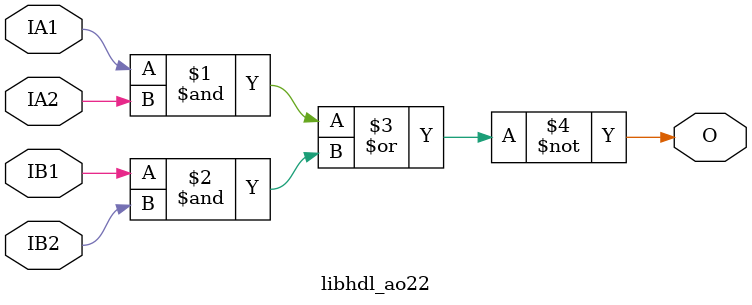
<source format=v>
`include "libhdl_timescale.vh"

module libhdl_ao22
(   output wire O,
    input  wire IA1,
    input  wire IA2,
    input  wire IB1,
    input  wire IB2);

assign O = ~((IA1 & IA2) | (IB1 & IB2));

endmodule

</source>
